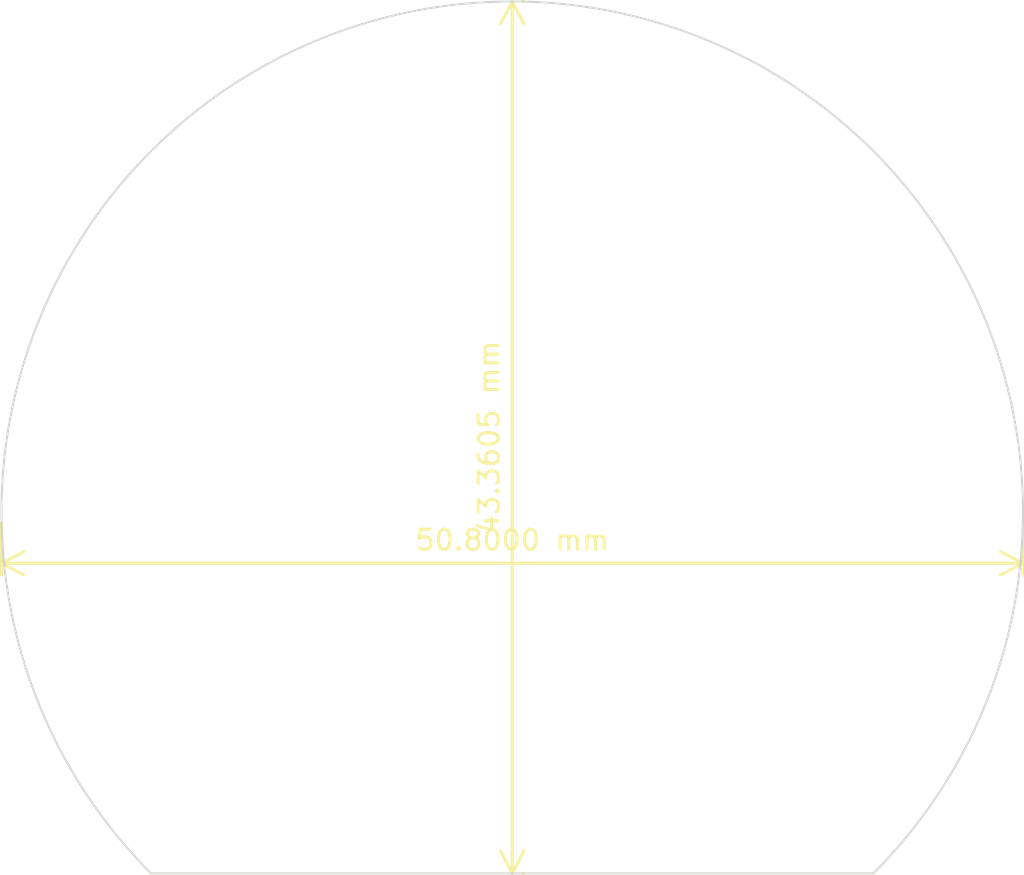
<source format=kicad_pcb>
(kicad_pcb
	(version 20240108)
	(generator "pcbnew")
	(generator_version "8.0")
	(general
		(thickness 1.6)
		(legacy_teardrops no)
	)
	(paper "A4")
	(layers
		(0 "F.Cu" signal)
		(31 "B.Cu" signal)
		(32 "B.Adhes" user "B.Adhesive")
		(33 "F.Adhes" user "F.Adhesive")
		(34 "B.Paste" user)
		(35 "F.Paste" user)
		(36 "B.SilkS" user "B.Silkscreen")
		(37 "F.SilkS" user "F.Silkscreen")
		(38 "B.Mask" user)
		(39 "F.Mask" user)
		(40 "Dwgs.User" user "User.Drawings")
		(41 "Cmts.User" user "User.Comments")
		(42 "Eco1.User" user "User.Eco1")
		(43 "Eco2.User" user "User.Eco2")
		(44 "Edge.Cuts" user)
		(45 "Margin" user)
		(46 "B.CrtYd" user "B.Courtyard")
		(47 "F.CrtYd" user "F.Courtyard")
		(48 "B.Fab" user)
		(49 "F.Fab" user)
		(50 "User.1" user)
		(51 "User.2" user)
		(52 "User.3" user)
		(53 "User.4" user)
		(54 "User.5" user)
		(55 "User.6" user)
		(56 "User.7" user)
		(57 "User.8" user)
		(58 "User.9" user)
	)
	(setup
		(pad_to_mask_clearance 0)
		(allow_soldermask_bridges_in_footprints no)
		(pcbplotparams
			(layerselection 0x00010fc_ffffffff)
			(plot_on_all_layers_selection 0x0000000_00000000)
			(disableapertmacros no)
			(usegerberextensions no)
			(usegerberattributes yes)
			(usegerberadvancedattributes yes)
			(creategerberjobfile yes)
			(dashed_line_dash_ratio 12.000000)
			(dashed_line_gap_ratio 3.000000)
			(svgprecision 4)
			(plotframeref no)
			(viasonmask no)
			(mode 1)
			(useauxorigin no)
			(hpglpennumber 1)
			(hpglpenspeed 20)
			(hpglpendiameter 15.000000)
			(pdf_front_fp_property_popups yes)
			(pdf_back_fp_property_popups yes)
			(dxfpolygonmode yes)
			(dxfimperialunits yes)
			(dxfusepcbnewfont yes)
			(psnegative no)
			(psa4output no)
			(plotreference yes)
			(plotvalue yes)
			(plotfptext yes)
			(plotinvisibletext no)
			(sketchpadsonfab no)
			(subtractmaskfromsilk no)
			(outputformat 1)
			(mirror no)
			(drillshape 1)
			(scaleselection 1)
			(outputdirectory "")
		)
	)
	(net 0 "")
	(gr_line
		(start 106.499488 101.780512)
		(end 142.420512 101.780512)
		(stroke
			(width 0.1)
			(type solid)
		)
		(layer "Edge.Cuts")
		(uuid "498bcf58-c0f4-4f51-ac0e-999b8e54226c")
	)
	(gr_arc
		(start 106.499488 101.780512)
		(mid 124.46 58.42)
		(end 142.420512 101.780512)
		(stroke
			(width 0.1)
			(type solid)
		)
		(layer "Edge.Cuts")
		(uuid "df935f53-1036-46e2-9596-c6c2167c87ce")
	)
	(dimension
		(type aligned)
		(layer "F.SilkS")
		(uuid "1775f529-4272-4e04-a557-792fa222d368")
		(pts
			(xy 124.46 58.42) (xy 124.46 101.780512)
		)
		(height 0)
		(gr_text "43.3605 mm"
			(at 123.31 80.100256 90)
			(layer "F.SilkS")
			(uuid "1775f529-4272-4e04-a557-792fa222d368")
			(effects
				(font
					(size 1 1)
					(thickness 0.15)
				)
			)
		)
		(format
			(prefix "")
			(suffix "")
			(units 3)
			(units_format 1)
			(precision 4)
		)
		(style
			(thickness 0.15)
			(arrow_length 1.27)
			(text_position_mode 0)
			(extension_height 0.58642)
			(extension_offset 0.5) keep_text_aligned)
	)
	(dimension
		(type aligned)
		(layer "F.SilkS")
		(uuid "ae907298-8357-4677-baaa-724f43a0b6a5")
		(pts
			(xy 99.06 83.82) (xy 149.86 83.82)
		)
		(height 2.539999)
		(gr_text "50.8000 mm"
			(at 124.46 85.209999 0)
			(layer "F.SilkS")
			(uuid "ae907298-8357-4677-baaa-724f43a0b6a5")
			(effects
				(font
					(size 1 1)
					(thickness 0.15)
				)
			)
		)
		(format
			(prefix "")
			(suffix "")
			(units 3)
			(units_format 1)
			(precision 4)
		)
		(style
			(thickness 0.15)
			(arrow_length 1.27)
			(text_position_mode 0)
			(extension_height 0.58642)
			(extension_offset 0.5) keep_text_aligned)
	)
)

</source>
